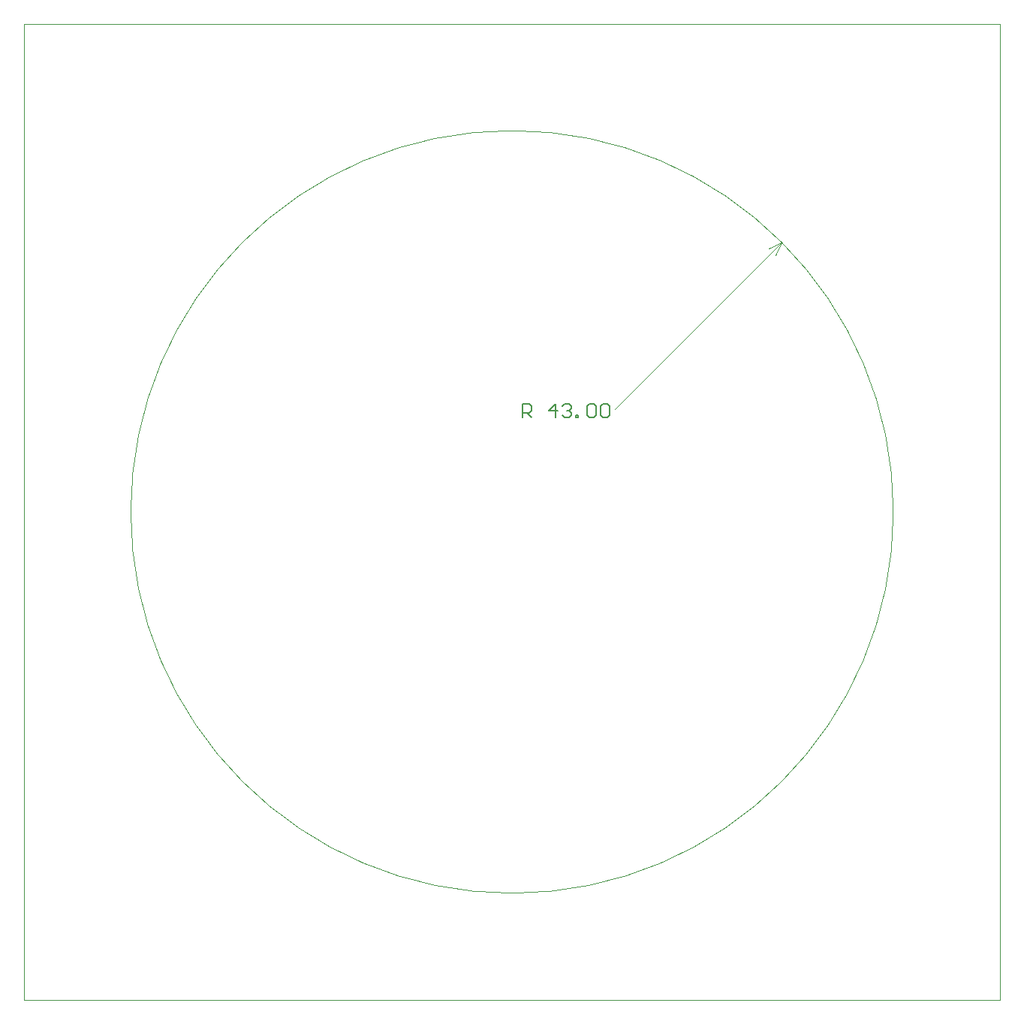
<source format=gm1>
G04*
G04 #@! TF.GenerationSoftware,Altium Limited,Altium Designer,25.8.1 (18)*
G04*
G04 Layer_Color=16711935*
%FSLAX44Y44*%
%MOMM*%
G71*
G04*
G04 #@! TF.SameCoordinates,4FFDB260-A846-4069-A827-DA597DF3DEC8*
G04*
G04*
G04 #@! TF.FilePolarity,Positive*
G04*
G01*
G75*
%ADD16C,0.0010*%
%ADD17C,0.0001*%
%ADD18C,0.1000*%
%ADD19C,0.1524*%
D16*
X430000Y0D02*
G03*
X430000Y0I-430000J0D01*
G01*
D17*
X-550000Y550000D02*
X-550000Y-550000D01*
X-550000Y550000D02*
X550000D01*
X550000Y-550000D01*
X-550000D02*
X550000D01*
D18*
X296872Y289688D02*
X304056Y304056D01*
X289688Y296872D02*
X304056Y304056D01*
X210015Y210015D02*
X304056Y304056D01*
X115974Y115974D02*
X210015Y210015D01*
D19*
X11358Y106833D02*
Y122068D01*
X18976D01*
X21515Y119529D01*
Y114450D01*
X18976Y111911D01*
X11358D01*
X16437D02*
X21515Y106833D01*
X49446D02*
Y122068D01*
X41828Y114450D01*
X51985D01*
X57063Y119529D02*
X59603Y122068D01*
X64681D01*
X67220Y119529D01*
Y116989D01*
X64681Y114450D01*
X62142D01*
X64681D01*
X67220Y111911D01*
Y109372D01*
X64681Y106833D01*
X59603D01*
X57063Y109372D01*
X72298Y106833D02*
Y109372D01*
X74838D01*
Y106833D01*
X72298D01*
X84994Y119529D02*
X87534Y122068D01*
X92612D01*
X95151Y119529D01*
Y109372D01*
X92612Y106833D01*
X87534D01*
X84994Y109372D01*
Y119529D01*
X100229D02*
X102769Y122068D01*
X107847D01*
X110386Y119529D01*
Y109372D01*
X107847Y106833D01*
X102769D01*
X100229Y109372D01*
Y119529D01*
M02*

</source>
